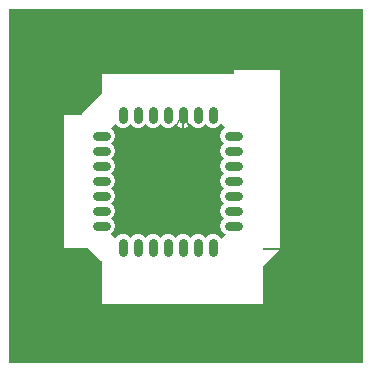
<source format=gbr>
%FSLAX34Y34*%
%MOMM*%
%LNCOPPER_BOTTOM*%
G71*
G01*
%ADD10C,1.550*%
%ADD11C,0.100*%
%ADD12C,0.148*%
%ADD13C,0.750*%
%LPD*%
G36*
X0Y1000000D02*
X300000Y1000000D01*
X300000Y700000D01*
X0Y700000D01*
X0Y1000000D01*
G37*
%LPC*%
G54D10*
X74791Y892135D02*
X82291Y892135D01*
G54D10*
X186788Y892134D02*
X194288Y892134D01*
G54D10*
X74791Y879434D02*
X82291Y879434D01*
G54D10*
X74791Y866734D02*
X82291Y866734D01*
G54D10*
X74791Y854034D02*
X82291Y854034D01*
G54D10*
X74791Y841334D02*
X82291Y841334D01*
G54D10*
X74791Y828634D02*
X82291Y828634D01*
G54D10*
X74791Y815934D02*
X82291Y815934D01*
G54D10*
X96441Y913784D02*
X96441Y906284D01*
G54D10*
X109141Y913784D02*
X109141Y906284D01*
G54D10*
X121841Y913784D02*
X121841Y906284D01*
G54D10*
X134541Y913784D02*
X134541Y906284D01*
G54D10*
X147240Y913785D02*
X147240Y906285D01*
G54D10*
X159941Y913784D02*
X159941Y906284D01*
G54D10*
X172640Y913784D02*
X172640Y906284D01*
G54D10*
X186788Y879434D02*
X194288Y879434D01*
G54D10*
X186788Y866734D02*
X194288Y866734D01*
G54D10*
X186788Y854034D02*
X194288Y854034D01*
G54D10*
X186788Y841334D02*
X194288Y841334D01*
G54D10*
X186788Y828634D02*
X194288Y828634D01*
G54D10*
X186788Y815934D02*
X194288Y815934D01*
G54D10*
X96441Y801784D02*
X96441Y794284D01*
G54D10*
X109141Y801784D02*
X109141Y794284D01*
G54D10*
X121841Y801784D02*
X121841Y794284D01*
G54D10*
X134541Y801784D02*
X134541Y794284D01*
G54D10*
X147241Y801784D02*
X147241Y794284D01*
G54D10*
X159941Y801784D02*
X159941Y794284D01*
G54D10*
X172640Y801784D02*
X172640Y794284D01*
G36*
X78541Y910034D02*
X46434Y910034D01*
X46434Y798116D01*
X78541Y798116D01*
X78541Y910034D01*
G37*
G54D11*
X78541Y910034D02*
X46434Y910034D01*
X46434Y798116D01*
X78541Y798116D01*
X78541Y910034D01*
G36*
X194072Y910034D02*
X194072Y944959D01*
X78541Y944959D01*
X78541Y910034D01*
X194072Y910034D01*
G37*
G54D11*
X194072Y910034D02*
X194072Y944959D01*
X78541Y944959D01*
X78541Y910034D01*
X194072Y910034D01*
G36*
X78541Y798034D02*
X214709Y798034D01*
X214709Y751284D01*
X78541Y751284D01*
X78541Y798034D01*
G37*
G54D11*
X78541Y798034D02*
X214709Y798034D01*
X214709Y751284D01*
X78541Y751284D01*
X78541Y798034D01*
G36*
X190538Y798034D02*
X228600Y798034D01*
X228600Y948531D01*
X190538Y948531D01*
X190538Y798034D01*
G37*
G54D11*
X190538Y798034D02*
X228600Y798034D01*
X228600Y948531D01*
X190538Y948531D01*
X190538Y798034D01*
G36*
X96441Y798034D02*
X78541Y815934D01*
X64253Y815934D01*
X46434Y798116D01*
X66278Y798116D01*
X77391Y787003D01*
X85409Y787003D01*
X96441Y798034D01*
G37*
G54D11*
X96441Y798034D02*
X78541Y815934D01*
X64253Y815934D01*
X46434Y798116D01*
X66278Y798116D01*
X77391Y787003D01*
X85409Y787003D01*
X96441Y798034D01*
G36*
X78541Y892135D02*
X96441Y910034D01*
X96441Y914003D01*
X78581Y931862D01*
X78581Y928291D01*
X62309Y912019D01*
X62309Y908367D01*
X78541Y892135D01*
G37*
G54D11*
X78541Y892135D02*
X96441Y910034D01*
X96441Y914003D01*
X78581Y931862D01*
X78581Y928291D01*
X62309Y912019D01*
X62309Y908367D01*
X78541Y892135D01*
G36*
X190538Y892137D02*
X172640Y910034D01*
X172640Y911225D01*
X193278Y931862D01*
X199231Y931862D01*
X217488Y913606D01*
X212010Y913606D01*
X190538Y892137D01*
G37*
G54D11*
X190538Y892137D02*
X172640Y910034D01*
X172640Y911225D01*
X193278Y931862D01*
X199231Y931862D01*
X217488Y913606D01*
X212010Y913606D01*
X190538Y892137D01*
G36*
X190538Y815934D02*
X190538Y815932D01*
X172640Y798034D01*
X172640Y792956D01*
X189706Y775891D01*
X208359Y775891D01*
X228203Y795734D01*
X210738Y795734D01*
X190538Y815934D01*
G37*
G54D11*
X190538Y815934D02*
X190538Y815932D01*
X172640Y798034D01*
X172640Y792956D01*
X189706Y775891D01*
X208359Y775891D01*
X228203Y795734D01*
X210738Y795734D01*
X190538Y815934D01*
%LPD*%
G54D12*
G36*
X147852Y910447D02*
X154136Y901121D01*
X152913Y900297D01*
X146628Y909623D01*
X147852Y910447D01*
G37*
G36*
X147978Y910035D02*
X147978Y898035D01*
X146502Y898035D01*
X146502Y910035D01*
X147978Y910035D01*
G37*
G36*
X147852Y909623D02*
X141567Y900297D01*
X140344Y901121D01*
X146628Y910447D01*
X147852Y909623D01*
G37*
G54D13*
X74791Y892135D02*
X82291Y892135D01*
G54D13*
X186788Y892134D02*
X194288Y892134D01*
G54D13*
X74791Y879434D02*
X82291Y879434D01*
G54D13*
X74791Y866734D02*
X82291Y866734D01*
G54D13*
X74791Y854034D02*
X82291Y854034D01*
G54D13*
X74791Y841334D02*
X82291Y841334D01*
G54D13*
X74791Y828634D02*
X82291Y828634D01*
G54D13*
X74791Y815934D02*
X82291Y815934D01*
G54D13*
X96441Y913784D02*
X96441Y906284D01*
G54D13*
X109141Y913784D02*
X109141Y906284D01*
G54D13*
X121841Y913784D02*
X121841Y906284D01*
G54D13*
X134541Y913784D02*
X134541Y906284D01*
G54D13*
X147240Y913785D02*
X147240Y906285D01*
G54D13*
X159941Y913784D02*
X159941Y906284D01*
G54D13*
X172640Y913784D02*
X172640Y906284D01*
G54D13*
X186788Y879434D02*
X194288Y879434D01*
G54D13*
X186788Y866734D02*
X194288Y866734D01*
G54D13*
X186788Y854034D02*
X194288Y854034D01*
G54D13*
X186788Y841334D02*
X194288Y841334D01*
G54D13*
X186788Y828634D02*
X194288Y828634D01*
G54D13*
X186788Y815934D02*
X194288Y815934D01*
G54D13*
X96441Y801784D02*
X96441Y794284D01*
G54D13*
X109141Y801784D02*
X109141Y794284D01*
G54D13*
X121841Y801784D02*
X121841Y794284D01*
G54D13*
X134541Y801784D02*
X134541Y794284D01*
G54D13*
X147241Y801784D02*
X147241Y794284D01*
G54D13*
X159941Y801784D02*
X159941Y794284D01*
G54D13*
X172640Y801784D02*
X172640Y794284D01*
M02*

</source>
